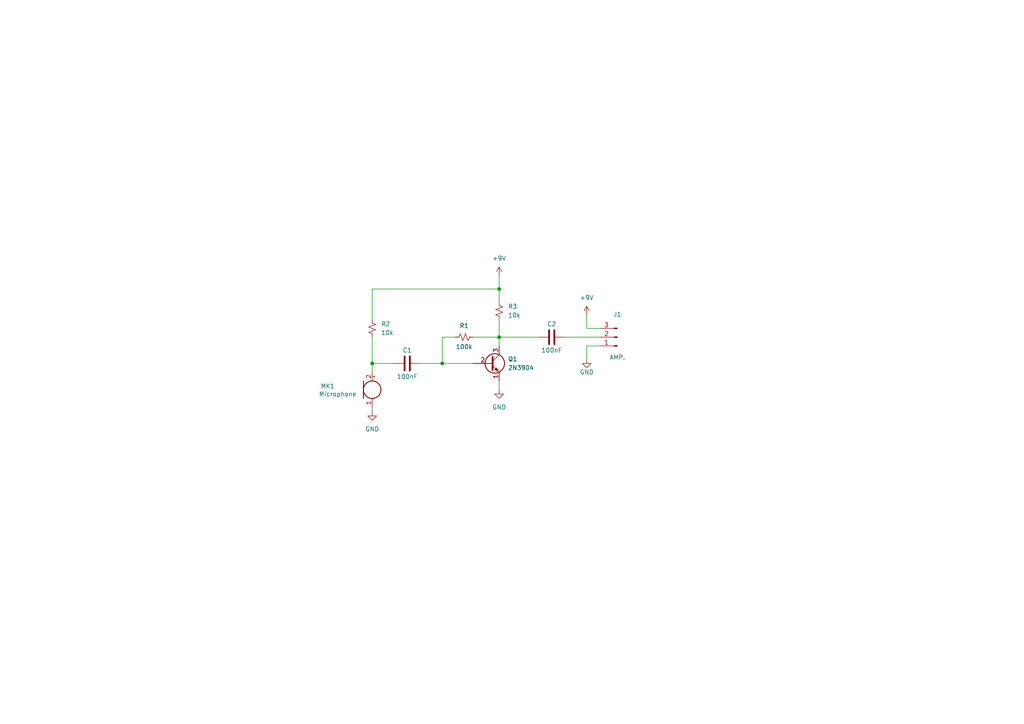
<source format=kicad_sch>
(kicad_sch (version 20231120) (generator "eeschema") (generator_version "8.0")
  (paper "A4")
  (lib_symbols
    (symbol "Connector:Conn_01x03_Pin" (pin_names (offset 1.016) hide)
      (property "Reference" "J" (at 0 5.08 0))
      (property "Value" "Conn_01x03_Pin" (at 0 -5.08 0))
      (symbol "Conn_01x03_Pin_1_1"
        (polyline (pts (xy 1.27 -2.54) (xy 0.8636 -2.54)) (stroke (width 0.1524)))
        (polyline (pts (xy 1.27 0) (xy 0.8636 0)) (stroke (width 0.1524)))
        (polyline (pts (xy 1.27 2.54) (xy 0.8636 2.54)) (stroke (width 0.1524)))
        (rectangle (start 0.8636 -2.413) (end 0 -2.667) (stroke (width 0.1524)) (fill (type outline)))
        (rectangle (start 0.8636 0.127) (end 0 -0.127) (stroke (width 0.1524)) (fill (type outline)))
        (rectangle (start 0.8636 2.667) (end 0 2.413) (stroke (width 0.1524)) (fill (type outline)))
        (pin passive line (at 5.08 2.54 180) (length 3.81) (name "Pin_1") (number "1"))
        (pin passive line (at 5.08 0 180) (length 3.81) (name "Pin_2") (number "2"))
        (pin passive line (at 5.08 -2.54 180) (length 3.81) (name "Pin_3") (number "3"))
      )
    )
    (symbol "Device:C" (pin_numbers hide) (pin_names (offset 0.254))
      (property "Reference" "C" (at 0.635 2.54 0))
      (property "Value" "C" (at 0.635 -2.54 0))
      (symbol "C_0_1"
        (polyline (pts (xy -2.032 -0.762) (xy 2.032 -0.762)) (stroke (width 0.508)))
        (polyline (pts (xy -2.032 0.762) (xy 2.032 0.762)) (stroke (width 0.508)))
      )
      (symbol "C_1_1"
        (pin passive line (at 0 3.81 270) (length 2.794) (name "~") (number "1"))
        (pin passive line (at 0 -3.81 90) (length 2.794) (name "~") (number "2"))
      )
    )
    (symbol "Device:Microphone" (pin_names (offset 0.0254) hide)
      (property "Reference" "MK" (at -3.81 1.27 0))
      (property "Value" "Microphone" (at -3.81 -0.635 0))
      (symbol "Microphone_0_1"
        (polyline (pts (xy -2.54 2.54) (xy -2.54 -2.54)) (stroke (width 0.254)))
        (polyline (pts (xy 0.254 3.81) (xy 0.762 3.81)))
        (polyline (pts (xy 0.508 4.064) (xy 0.508 3.556)))
        (circle (center 0 0) (radius 2.54) (stroke (width 0.254)))
      )
      (symbol "Microphone_1_1"
        (pin passive line (at 0 -5.08 90) (length 2.54) (name "-") (number "1"))
        (pin passive line (at 0 5.08 270) (length 2.54) (name "+") (number "2"))
      )
    )
    (symbol "Device:R_Small_US" (pin_numbers hide) (pin_names (offset 0.254) hide)
      (property "Reference" "R" (at 0.762 0.508 0))
      (property "Value" "R_Small_US" (at 0.762 -1.016 0))
      (symbol "R_Small_US_1_1"
        (polyline (pts (xy 0 0) (xy 1.016 -0.381) (xy 0 -0.762) (xy -1.016 -1.143) (xy 0 -1.524)))
        (polyline (pts (xy 0 1.524) (xy 1.016 1.143) (xy 0 0.762) (xy -1.016 0.381) (xy 0 0)))
        (pin passive line (at 0 2.54 270) (length 1.016) (name "~") (number "1"))
        (pin passive line (at 0 -2.54 90) (length 1.016) (name "~") (number "2"))
      )
    )
    (symbol "Transistor_BJT:2N3904" (pin_names (offset 0) hide)
      (property "Reference" "Q" (at 5.08 1.905 0))
      (property "Value" "2N3904" (at 5.08 0 0))
      (symbol "2N3904_0_1"
        (polyline (pts (xy 0.635 0.635) (xy 2.54 2.54)))
        (polyline (pts (xy 0.635 -0.635) (xy 2.54 -2.54) (xy 2.54 -2.54)))
        (polyline (pts (xy 0.635 1.905) (xy 0.635 -1.905) (xy 0.635 -1.905)) (stroke (width 0.508)))
        (polyline (pts (xy 1.27 -1.778) (xy 1.778 -1.27) (xy 2.286 -2.286) (xy 1.27 -1.778) (xy 1.27 -1.778)) (fill (type outline)))
        (circle (center 1.27 0) (radius 2.8194) (stroke (width 0.254)))
      )
      (symbol "2N3904_1_1"
        (pin passive line (at 2.54 -5.08 90) (length 2.54) (name "E") (number "1"))
        (pin passive line (at -5.08 0 0) (length 5.715) (name "B") (number "2"))
        (pin passive line (at 2.54 5.08 270) (length 2.54) (name "C") (number "3"))
      )
    )
    (symbol "power:+12V" (power) (pin_numbers hide) (pin_names (offset 0) hide)
      (property "Value" "+12V" (at 0 3.556 0))
      (symbol "+12V_0_1"
        (polyline (pts (xy -0.762 1.27) (xy 0 2.54)))
        (polyline (pts (xy 0 0) (xy 0 2.54)))
        (polyline (pts (xy 0 2.54) (xy 0.762 1.27)))
      )
      (symbol "+12V_1_1"
        (pin power_in line (at 0 0 90) (length 0) (name "~") (number "1"))
      )
    )
    (symbol "power:+9V" (power) (pin_numbers hide) (pin_names (offset 0) hide)
      (property "Value" "+9V" (at 0 3.556 0))
      (symbol "+9V_0_1"
        (polyline (pts (xy -0.762 1.27) (xy 0 2.54)))
        (polyline (pts (xy 0 0) (xy 0 2.54)))
        (polyline (pts (xy 0 2.54) (xy 0.762 1.27)))
      )
      (symbol "+9V_1_1"
        (pin power_in line (at 0 0 90) (length 0) (name "~") (number "1"))
      )
    )
    (symbol "power:GND" (power) (pin_numbers hide) (pin_names (offset 0) hide)
      (property "Value" "GND" (at 0 -3.81 0))
      (symbol "GND_0_1"
        (polyline (pts (xy 0 0) (xy 0 -1.27) (xy 1.27 -1.27) (xy 0 -2.54) (xy -1.27 -1.27) (xy 0 -1.27)))
      )
      (symbol "GND_1_1"
        (pin power_in line (at 0 0 270) (length 0) (name "~") (number "1"))
      )
    )
  )
  (junction (at 107.95 105.41))
  (junction (at 128.27 105.41))
  (junction (at 144.78 83.82))
  (junction (at 144.78 97.79))
  (wire (pts (xy 144.78 80.01) (xy 144.78 83.82)))
  (wire (pts (xy 121.92 105.41) (xy 128.27 105.41)))
  (wire (pts (xy 128.27 97.79) (xy 128.27 105.41)))
  (wire (pts (xy 144.78 92.71) (xy 144.78 97.79)))
  (wire (pts (xy 170.18 100.33) (xy 173.99 100.33)))
  (wire (pts (xy 107.95 118.11) (xy 107.95 119.38)))
  (wire (pts (xy 163.83 97.79) (xy 173.99 97.79)))
  (wire (pts (xy 114.3 105.41) (xy 107.95 105.41)))
  (wire (pts (xy 144.78 87.63) (xy 144.78 83.82)))
  (wire (pts (xy 137.16 97.79) (xy 144.78 97.79)))
  (wire (pts (xy 107.95 83.82) (xy 107.95 92.71)))
  (wire (pts (xy 170.18 95.25) (xy 173.99 95.25)))
  (wire (pts (xy 170.18 104.14) (xy 170.18 100.33)))
  (wire (pts (xy 144.78 83.82) (xy 107.95 83.82)))
  (wire (pts (xy 144.78 110.49) (xy 144.78 113.03)))
  (wire (pts (xy 132.08 97.79) (xy 128.27 97.79)))
  (wire (pts (xy 170.18 91.44) (xy 170.18 95.25)))
  (wire (pts (xy 144.78 97.79) (xy 144.78 100.33)))
  (wire (pts (xy 144.78 97.79) (xy 156.21 97.79)))
  (wire (pts (xy 128.27 105.41) (xy 137.16 105.41)))
  (wire (pts (xy 107.95 97.79) (xy 107.95 105.41)))
  (wire (pts (xy 107.95 105.41) (xy 107.95 107.95)))
  (symbol (lib_id "Device:R_Small_US") (at 107.95 95.25 180) (unit 1)
    (property "Reference" "R2" (at 110.49 93.9799 0) (effects (justify right)))
    (property "Value" "10k" (at 110.49 96.5199 0) (effects (justify right)))
    (property "Footprint" "Resistor_THT:R_Axial_DIN0207_L6.3mm_D2.5mm_P10.16mm_Horizontal" (effects (hide yes)))
    (property "Description" "Resistor, small US symbol" (effects (hide yes)))
  )
  (symbol (lib_id "Device:R_Small_US") (at 134.62 97.79 90) (unit 1)
    (property "Reference" "R1" (at 134.62 94.488 90))
    (property "Value" "100k" (at 134.62 100.584 90))
    (property "Footprint" "Resistor_THT:R_Axial_DIN0207_L6.3mm_D2.5mm_P10.16mm_Horizontal" (effects (hide yes)))
    (property "Description" "Resistor, small US symbol" (effects (hide yes)))
  )
  (symbol (lib_id "power:+12V") (at 170.18 91.44 0) (mirror y) (unit 1)
    (property "Reference" "#PWR04" (effects (hide yes)))
    (property "Value" "+9V" (at 170.18 86.36 0))
    (property "Description" "Power symbol creates a global label with name \"+12V\"" (effects (hide yes)))
  )
  (symbol (lib_id "Transistor_BJT:2N3904") (at 142.24 105.41 0) (unit 1)
    (property "Reference" "Q1" (at 147.32 104.1399 0) (effects (justify left)))
    (property "Value" "2N3904" (at 147.32 106.6799 0) (effects (justify left)))
    (property "Footprint" "Package_TO_SOT_THT:TO-92_Inline" (effects (hide yes)))
    (property "Datasheet" "https://www.onsemi.com/pub/Collateral/2N3903-D.PDF" (effects (hide yes)))
    (property "Description" "0.2A Ic, 40V Vce, Small Signal NPN Transistor, TO-92" (effects (hide yes)))
  )
  (symbol (lib_id "power:GND") (at 107.95 119.38 0) (unit 1)
    (property "Reference" "#PWR02" (effects (hide yes)))
    (property "Value" "GND" (at 107.95 124.46 0))
    (property "Description" "Power symbol creates a global label with name \"GND\" , ground" (effects (hide yes)))
  )
  (symbol (lib_id "power:+9V") (at 144.78 80.01 0) (unit 1)
    (property "Reference" "#PWR03" (effects (hide yes)))
    (property "Value" "+9V" (at 144.78 74.93 0))
    (property "Description" "Power symbol creates a global label with name \"+9V\"" (effects (hide yes)))
  )
  (symbol (lib_id "power:GND") (at 144.78 113.03 0) (unit 1)
    (property "Reference" "#PWR01" (effects (hide yes)))
    (property "Value" "GND" (at 144.78 118.11 0))
    (property "Description" "Power symbol creates a global label with name \"GND\" , ground" (effects (hide yes)))
  )
  (symbol (lib_id "Device:C") (at 118.11 105.41 90) (unit 1)
    (property "Reference" "C1" (at 118.11 101.6 90))
    (property "Value" "100nF" (at 118.11 109.22 90))
    (property "Footprint" "Capacitor_THT:C_Disc_D3.8mm_W2.6mm_P2.50mm" (effects (hide yes)))
    (property "Description" "Unpolarized capacitor" (effects (hide yes)))
  )
  (symbol (lib_id "Device:R_Small_US") (at 144.78 90.17 180) (unit 1)
    (property "Reference" "R3" (at 147.32 88.8999 0) (effects (justify right)))
    (property "Value" "10k" (at 147.32 91.4399 0) (effects (justify right)))
    (property "Footprint" "Resistor_THT:R_Axial_DIN0207_L6.3mm_D2.5mm_P10.16mm_Horizontal" (effects (hide yes)))
    (property "Description" "Resistor, small US symbol" (effects (hide yes)))
  )
  (symbol (lib_id "Device:C") (at 160.02 97.79 90) (unit 1)
    (property "Reference" "C2" (at 160.02 93.98 90))
    (property "Value" "100nF" (at 160.02 101.6 90))
    (property "Footprint" "Capacitor_THT:C_Disc_D3.8mm_W2.6mm_P2.50mm" (effects (hide yes)))
    (property "Description" "Unpolarized capacitor" (effects (hide yes)))
  )
  (symbol (lib_id "power:GND") (at 170.18 104.14 0) (mirror y) (unit 1)
    (property "Reference" "#PWR05" (effects (hide yes)))
    (property "Value" "GND" (at 170.18 107.95 0))
    (property "Description" "Power symbol creates a global label with name \"GND\" , ground" (effects (hide yes)))
  )
  (symbol (lib_id "Connector:Conn_01x03_Pin") (at 179.07 97.79 180) (unit 1)
    (property "Reference" "J1" (at 179.07 91.186 0))
    (property "Value" "AMP." (at 179.07 103.632 0))
    (property "Footprint" "Connector_PinHeader_2.54mm:PinHeader_1x03_P2.54mm_Horizontal" (effects (hide yes)))
    (property "Description" "Generic connector, single row, 01x03, script generated" (effects (hide yes)))
  )
  (symbol (lib_id "Device:Microphone") (at 107.95 113.03 0) (unit 1)
    (property "Reference" "MK1" (at 92.964 112.014 0) (effects (justify left)))
    (property "Value" "Microphone" (at 92.456 114.3 0) (effects (justify left)))
    (property "Footprint" "Sensor_Audio:POM-2244P-C3310-2-R" (effects (hide yes)))
    (property "Description" "Microphone" (effects (hide yes)))
  )
)
</source>
